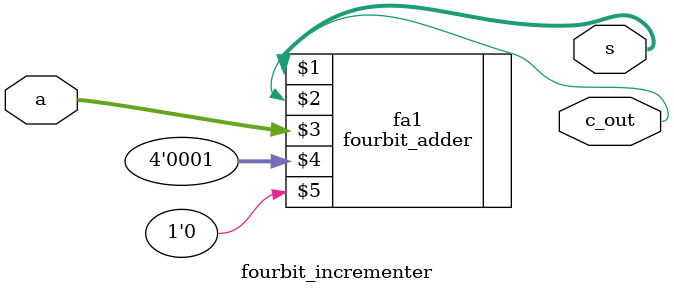
<source format=v>
module fourbit_incrementer(s,c_out,a);

    input [3:0] a;
    output [3:0] s;
    output c_out;

    fourbit_adder fa1(s,c_out,a,4'b0001,1'b0);


endmodule

</source>
